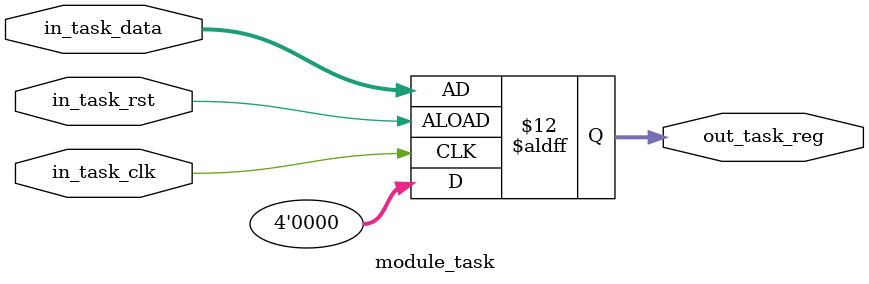
<source format=sv>
module module_task (
    input wire in_task_clk,
    input wire [3:0] in_task_data,
    input wire in_task_rst,
    output reg [3:0] out_task_reg
);
    task automatic compute_next_reg_value;
    input [3:0] current_reg;
    input [3:0] data_in;
    input logic rst_n;
    output [3:0] next_reg_value;
    begin
    if (!rst_n) begin
        next_reg_value = 4'b0;
    end else begin
        next_reg_value = data_in;
    end
    end
    endtask
    always_ff @(posedge in_task_clk or negedge in_task_rst) begin
    reg [3:0] next_val;
    compute_next_reg_value(out_task_reg, in_task_data, !in_task_rst, next_val);
    out_task_reg <= next_val;
    end
endmodule


</source>
